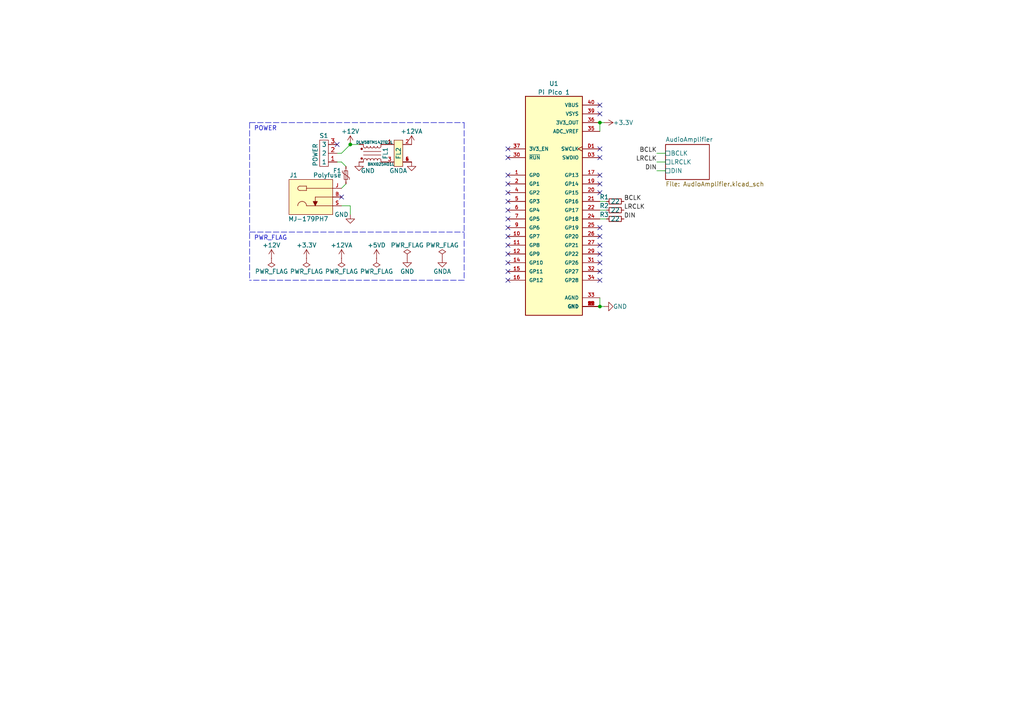
<source format=kicad_sch>
(kicad_sch (version 20211123) (generator eeschema)
  (paper "A4")
  (lib_symbols
    (symbol "BNX025H01:BNX025H01L" (pin_names (offset 1.016) hide)
      (property "Reference" "FL" (at -1.27 3.81 0))
      (property "Value" "BNX025H01L" (at -6.35 -6.35 0))
      (symbol "BNX025H01L_0_0"
        (pin passive line (at -3.81 2.54 0) (length 2.54) (name "~") (number "1"))
        (pin passive line (at 3.81 2.54 180) (length 2.54) (name "~") (number "2"))
        (pin passive line (at -3.81 -2.54 0) (length 2.54) (name "~") (number "3"))
        (pin passive line (at 3.81 -2.54 180) (length 2.54) (name "~") (number "4"))
        (pin passive line (at 3.81 -2.54 180) (length 2.54) (name "~") (number "5"))
        (pin passive line (at 3.81 -2.54 180) (length 2.54) (name "~") (number "6"))
      )
      (symbol "BNX025H01L_0_1"
        (rectangle (start -1.27 3.81) (end 1.27 -3.81) (fill (type background)))
      )
    )
    (symbol "DLW5BTM142TQ2:DLW5BTM142TQ2L" (pin_numbers hide) (pin_names (offset 1.016) hide)
      (property "Reference" "FL" (at -1.27 2.54 0))
      (property "Value" "DLW5BTM142TQ2L" (at -8.89 -5.08 0))
      (symbol "DLW5BTM142TQ2L_0_0"
        (pin passive line (at -3.81 2.54 0) (length 1.27) (name "~") (number "1"))
        (pin passive line (at 3.81 2.54 180) (length 1.27) (name "~") (number "2"))
        (pin passive line (at 3.81 -2.54 180) (length 1.27) (name "~") (number "3"))
        (pin passive line (at -3.81 -2.54 0) (length 1.27) (name "~") (number "4"))
      )
      (symbol "DLW5BTM142TQ2L_0_1"
        (circle (center -3.048 -1.27) (radius 0.254) (fill (type outline)))
        (circle (center -3.048 1.524) (radius 0.254) (fill (type outline)))
        (arc (start -2.54 2.032) (mid -2.032 1.524) (end -1.524 2.032))
        (arc (start -1.524 -2.032) (mid -2.032 -1.524) (end -2.54 -2.032))
        (arc (start -1.524 2.032) (mid -1.016 1.524) (end -0.508 2.032))
        (arc (start -0.508 -2.032) (mid -1.016 -1.524) (end -1.524 -2.032))
        (arc (start -0.508 2.032) (mid 0 1.524) (end 0.508 2.032))
        (polyline (pts (xy -2.54 -2.032) (xy -2.54 -2.54)))
        (polyline (pts (xy -2.54 0.508) (xy 2.54 0.508)))
        (polyline (pts (xy -2.54 2.032) (xy -2.54 2.54)))
        (polyline (pts (xy 2.54 -2.032) (xy 2.54 -2.54)))
        (polyline (pts (xy 2.54 -0.508) (xy -2.54 -0.508)))
        (polyline (pts (xy 2.54 2.54) (xy 2.54 2.032)))
        (arc (start 0.508 -2.032) (mid 0 -1.524) (end -0.508 -2.032))
        (arc (start 0.508 2.032) (mid 1.016 1.524) (end 1.524 2.032))
        (arc (start 1.524 -2.032) (mid 1.016 -1.524) (end 0.508 -2.032))
        (arc (start 1.524 2.032) (mid 2.032 1.524) (end 2.54 2.032))
        (arc (start 2.54 -2.032) (mid 2.032 -1.524) (end 1.524 -2.032))
      )
    )
    (symbol "Device:Polyfuse_Small" (pin_numbers hide) (pin_names (offset 0))
      (property "Reference" "F" (at -1.905 0 90))
      (property "Value" "Polyfuse_Small" (at 1.905 0 90))
      (symbol "Polyfuse_Small_0_1"
        (rectangle (start -0.508 1.27) (end 0.508 -1.27))
        (polyline (pts (xy 0 2.54) (xy 0 -2.54)))
        (polyline (pts (xy -1.016 1.27) (xy -1.016 0.762) (xy 1.016 -0.762) (xy 1.016 -1.27)))
      )
      (symbol "Polyfuse_Small_1_1"
        (pin passive line (at 0 2.54 270) (length 0.635) (name "~") (number "1"))
        (pin passive line (at 0 -2.54 90) (length 0.635) (name "~") (number "2"))
      )
    )
    (symbol "Device:R_Small" (pin_numbers hide) (pin_names (offset 0.254) hide)
      (property "Reference" "R" (at 0.762 0.508 0))
      (property "Value" "R_Small" (at 0.762 -1.016 0))
      (symbol "R_Small_0_1"
        (rectangle (start -0.762 1.778) (end 0.762 -1.778) (stroke (width 0.2032)))
      )
      (symbol "R_Small_1_1"
        (pin passive line (at 0 2.54 270) (length 0.762) (name "~") (number "1"))
        (pin passive line (at 0 -2.54 90) (length 0.762) (name "~") (number "2"))
      )
    )
    (symbol "MJ-179PH7:MJ-179PH7" (pin_names (offset 1.016))
      (property "Reference" "J" (at -7.62 5.08 0))
      (property "Value" "MJ-179PH7" (at -7.62 -7.62 0))
      (symbol "MJ-179PH7_0_0"
        (rectangle (start -7.62 -5.08) (end 5.08 5.08) (stroke (width 0.1524)) (fill (type background)))
        (arc (start -5.08 -2.54) (mid -4.894 -2.989) (end -4.445 -3.175) (stroke (width 0.1524)))
        (arc (start -5.08 2.54) (mid -4.708 1.642) (end -3.81 1.27) (stroke (width 0.1524)))
        (arc (start -4.445 -1.905) (mid -4.894 -2.091) (end -5.08 -2.54) (stroke (width 0.1524)))
        (arc (start -3.81 1.27) (mid -2.912 1.642) (end -2.54 2.54) (stroke (width 0.1524)))
        (polyline (pts (xy -4.445 -3.175) (xy -2.54 -3.175)) (stroke (width 0.1524)))
        (polyline (pts (xy -2.54 -2.54) (xy -2.54 -3.175)) (stroke (width 0.1524)))
        (polyline (pts (xy -2.54 -1.905) (xy -4.445 -1.905)) (stroke (width 0.1524)))
        (polyline (pts (xy -2.54 -1.905) (xy -2.54 -2.54)) (stroke (width 0.1524)))
        (polyline (pts (xy 0 0) (xy 5.08 0)) (stroke (width 0.1524)))
        (polyline (pts (xy 0 1.27) (xy 0 0)) (stroke (width 0.1524)))
        (polyline (pts (xy 5.08 -2.54) (xy -2.54 -2.54)) (stroke (width 0.1524)))
        (polyline (pts (xy 5.08 2.54) (xy -2.54 2.54)) (stroke (width 0.1524)))
        (polyline (pts (xy 0 2.54) (xy -0.635 1.27) (xy 0.635 1.27) (xy 0 2.54)) (stroke (width 0.1524)) (fill (type outline)))
        (pin passive line (at 7.62 0 180) (length 2.54) (name "~") (number "B"))
        (pin passive line (at 7.62 -2.54 180) (length 2.54) (name "~") (number "J"))
        (pin passive line (at 7.62 2.54 180) (length 2.54) (name "~") (number "S"))
      )
    )
    (symbol "RS_PRO_PCB_Slide_Switch_SPDT_Latching_3A_120V_ac_Top:RS_PRO_PCB_Slide_Switch_SPDT_Latching_3A_120V_ac_Top"
      (property "Reference" "SW" (at 0 5.08 0))
      (property "Value" "RS_PRO_PCB_Slide_Switch_SPDT_Latching_3A_120V_ac_Top" (at 0 2.54 0))
      (symbol "RS_PRO_PCB_Slide_Switch_SPDT_Latching_3A_120V_ac_Top_0_1"
        (rectangle (start -3.81 -1.27) (end 3.81 1.27) (stroke (width 0.1524)))
      )
      (symbol "RS_PRO_PCB_Slide_Switch_SPDT_Latching_3A_120V_ac_Top_1_1"
        (pin passive line (at -2.54 -3.81 90) (length 2.54) (name "1") (number "1"))
        (pin passive line (at 0 -3.81 90) (length 2.54) (name "2") (number "2"))
        (pin passive line (at 2.54 -3.81 90) (length 2.54) (name "3") (number "3"))
      )
    )
    (symbol "Raspberry_Pi_Pico:SC0915" (pin_names (offset 1.016))
      (property "Reference" "U" (at -7.62 30.48 0))
      (property "Value" "SC0915" (at -7.62 -35.56 0))
      (symbol "SC0915_0_0"
        (rectangle (start -7.62 30.48) (end 8.89 -33.02) (stroke (width 0.254)) (fill (type background)))
        (pin bidirectional line (at -12.7 7.62 0) (length 5.08) (name "GP0") (number "1"))
        (pin bidirectional line (at -12.7 -10.16 0) (length 5.08) (name "GP7") (number "10"))
        (pin bidirectional line (at -12.7 -12.7 0) (length 5.08) (name "GP8") (number "11"))
        (pin bidirectional line (at -12.7 -15.24 0) (length 5.08) (name "GP9") (number "12"))
        (pin power_in line (at 13.97 -30.48 180) (length 5.08) (name "GND") (number "13"))
        (pin bidirectional line (at -12.7 -17.78 0) (length 5.08) (name "GP10") (number "14"))
        (pin bidirectional line (at -12.7 -20.32 0) (length 5.08) (name "GP11") (number "15"))
        (pin bidirectional line (at -12.7 -22.86 0) (length 5.08) (name "GP12") (number "16"))
        (pin bidirectional line (at 13.97 7.62 180) (length 5.08) (name "GP13") (number "17"))
        (pin power_in line (at 13.97 -30.48 180) (length 5.08) (name "GND") (number "18"))
        (pin bidirectional line (at 13.97 5.08 180) (length 5.08) (name "GP14") (number "19"))
        (pin bidirectional line (at -12.7 5.08 0) (length 5.08) (name "GP1") (number "2"))
        (pin bidirectional line (at 13.97 2.54 180) (length 5.08) (name "GP15") (number "20"))
        (pin bidirectional line (at 13.97 0 180) (length 5.08) (name "GP16") (number "21"))
        (pin bidirectional line (at 13.97 -2.54 180) (length 5.08) (name "GP17") (number "22"))
        (pin power_in line (at 13.97 -30.48 180) (length 5.08) (name "GND") (number "23"))
        (pin bidirectional line (at 13.97 -5.08 180) (length 5.08) (name "GP18") (number "24"))
        (pin bidirectional line (at 13.97 -7.62 180) (length 5.08) (name "GP19") (number "25"))
        (pin bidirectional line (at 13.97 -10.16 180) (length 5.08) (name "GP20") (number "26"))
        (pin bidirectional line (at 13.97 -12.7 180) (length 5.08) (name "GP21") (number "27"))
        (pin power_in line (at 13.97 -30.48 180) (length 5.08) (name "GND") (number "28"))
        (pin bidirectional line (at 13.97 -15.24 180) (length 5.08) (name "GP22") (number "29"))
        (pin power_in line (at 13.97 -30.48 180) (length 5.08) (name "GND") (number "3"))
        (pin input line (at -12.7 12.7 0) (length 5.08) (name "~{RUN}") (number "30"))
        (pin bidirectional line (at 13.97 -17.78 180) (length 5.08) (name "GP26") (number "31"))
        (pin bidirectional line (at 13.97 -20.32 180) (length 5.08) (name "GP27") (number "32"))
        (pin power_in line (at 13.97 -27.94 180) (length 5.08) (name "AGND") (number "33"))
        (pin bidirectional line (at 13.97 -22.86 180) (length 5.08) (name "GP28") (number "34"))
        (pin power_in line (at 13.97 20.32 180) (length 5.08) (name "ADC_VREF") (number "35"))
        (pin power_in line (at 13.97 22.86 180) (length 5.08) (name "3V3_OUT") (number "36"))
        (pin input line (at -12.7 15.24 0) (length 5.08) (name "3V3_EN") (number "37"))
        (pin power_in line (at 13.97 -30.48 180) (length 5.08) (name "GND") (number "38"))
        (pin power_in line (at 13.97 25.4 180) (length 5.08) (name "VSYS") (number "39"))
        (pin bidirectional line (at -12.7 2.54 0) (length 5.08) (name "GP2") (number "4"))
        (pin power_in line (at 13.97 27.94 180) (length 5.08) (name "VBUS") (number "40"))
        (pin bidirectional line (at -12.7 0 0) (length 5.08) (name "GP3") (number "5"))
        (pin bidirectional line (at -12.7 -2.54 0) (length 5.08) (name "GP4") (number "6"))
        (pin bidirectional line (at -12.7 -5.08 0) (length 5.08) (name "GP5") (number "7"))
        (pin power_in line (at 13.97 -30.48 180) (length 5.08) (name "GND") (number "8"))
        (pin bidirectional line (at -12.7 -7.62 0) (length 5.08) (name "GP6") (number "9"))
        (pin input clock (at 13.97 15.24 180) (length 5.08) (name "SWCLK") (number "D1"))
        (pin power_in line (at 13.97 -30.48 180) (length 5.08) (name "GND") (number "D2"))
        (pin bidirectional line (at 13.97 12.7 180) (length 5.08) (name "SWDIO") (number "D3"))
      )
    )
    (symbol "power:+12V" (power) (pin_names (offset 0))
      (property "Value" "+12V" (at 0 3.556 0))
      (symbol "+12V_0_1"
        (polyline (pts (xy -0.762 1.27) (xy 0 2.54)))
        (polyline (pts (xy 0 0) (xy 0 2.54)))
        (polyline (pts (xy 0 2.54) (xy 0.762 1.27)))
      )
      (symbol "+12V_1_1"
        (pin power_in line (at 0 0 90) (length 0) hide (name "+12V") (number "1"))
      )
    )
    (symbol "power:+12VA" (power) (pin_names (offset 0))
      (property "Value" "+12VA" (at 0 3.556 0))
      (symbol "+12VA_0_1"
        (polyline (pts (xy -0.762 1.27) (xy 0 2.54)))
        (polyline (pts (xy 0 0) (xy 0 2.54)))
        (polyline (pts (xy 0 2.54) (xy 0.762 1.27)))
      )
      (symbol "+12VA_1_1"
        (pin power_in line (at 0 0 90) (length 0) hide (name "+12VA") (number "1"))
      )
    )
    (symbol "power:+3.3V" (power) (pin_names (offset 0))
      (property "Value" "+3.3V" (at 0 3.556 0))
      (symbol "+3.3V_0_1"
        (polyline (pts (xy -0.762 1.27) (xy 0 2.54)))
        (polyline (pts (xy 0 0) (xy 0 2.54)))
        (polyline (pts (xy 0 2.54) (xy 0.762 1.27)))
      )
      (symbol "+3.3V_1_1"
        (pin power_in line (at 0 0 90) (length 0) hide (name "+3.3V") (number "1"))
      )
    )
    (symbol "power:+5VD" (power) (pin_names (offset 0))
      (property "Value" "+5VD" (at 0 3.556 0))
      (symbol "+5VD_0_1"
        (polyline (pts (xy -0.762 1.27) (xy 0 2.54)))
        (polyline (pts (xy 0 0) (xy 0 2.54)))
        (polyline (pts (xy 0 2.54) (xy 0.762 1.27)))
      )
      (symbol "+5VD_1_1"
        (pin power_in line (at 0 0 90) (length 0) hide (name "+5VD") (number "1"))
      )
    )
    (symbol "power:GND" (power) (pin_names (offset 0))
      (property "Value" "GND" (at 0 -3.81 0))
      (symbol "GND_0_1"
        (polyline (pts (xy 0 0) (xy 0 -1.27) (xy 1.27 -1.27) (xy 0 -2.54) (xy -1.27 -1.27) (xy 0 -1.27)))
      )
      (symbol "GND_1_1"
        (pin power_in line (at 0 0 270) (length 0) hide (name "GND") (number "1"))
      )
    )
    (symbol "power:GNDA" (power) (pin_names (offset 0))
      (property "Value" "GNDA" (at 0 -3.81 0))
      (symbol "GNDA_0_1"
        (polyline (pts (xy 0 0) (xy 0 -1.27) (xy 1.27 -1.27) (xy 0 -2.54) (xy -1.27 -1.27) (xy 0 -1.27)))
      )
      (symbol "GNDA_1_1"
        (pin power_in line (at 0 0 270) (length 0) hide (name "GNDA") (number "1"))
      )
    )
    (symbol "power:PWR_FLAG" (power) (pin_numbers hide) (pin_names (offset 0) hide)
      (property "Value" "PWR_FLAG" (at 0 3.81 0))
      (symbol "PWR_FLAG_0_0"
        (pin power_out line (at 0 0 90) (length 0) (name "pwr") (number "1"))
      )
      (symbol "PWR_FLAG_0_1"
        (polyline (pts (xy 0 0) (xy 0 1.27) (xy -1.016 1.905) (xy 0 2.54) (xy 1.016 1.905) (xy 0 1.27)))
      )
    )
  )
  (junction (at 173.99 88.9))
  (junction (at 101.6 41.91))
  (junction (at 173.99 35.56))
  (no_connect (at 147.32 53.34))
  (no_connect (at 147.32 81.28))
  (no_connect (at 147.32 45.72))
  (no_connect (at 147.32 73.66))
  (no_connect (at 173.99 30.48))
  (no_connect (at 147.32 60.96))
  (no_connect (at 173.99 73.66))
  (no_connect (at 147.32 71.12))
  (no_connect (at 173.99 66.04))
  (no_connect (at 147.32 76.2))
  (no_connect (at 147.32 66.04))
  (no_connect (at 147.32 43.18))
  (no_connect (at 147.32 63.5))
  (no_connect (at 173.99 50.8))
  (no_connect (at 97.79 41.91))
  (no_connect (at 173.99 55.88))
  (no_connect (at 173.99 76.2))
  (no_connect (at 173.99 43.18))
  (no_connect (at 173.99 53.34))
  (no_connect (at 147.32 58.42))
  (no_connect (at 173.99 71.12))
  (no_connect (at 173.99 78.74))
  (no_connect (at 173.99 68.58))
  (no_connect (at 99.06 57.15))
  (no_connect (at 147.32 68.58))
  (no_connect (at 173.99 81.28))
  (no_connect (at 147.32 50.8))
  (no_connect (at 147.32 55.88))
  (no_connect (at 173.99 45.72))
  (no_connect (at 173.99 33.02))
  (no_connect (at 147.32 78.74))
  (polyline (pts (xy 134.62 35.56) (xy 134.62 81.28)))
  (wire (pts (xy 173.99 60.96) (xy 175.895 60.96)))
  (wire (pts (xy 173.99 86.36) (xy 173.99 88.9)))
  (wire (pts (xy 173.99 58.42) (xy 175.895 58.42)))
  (wire (pts (xy 97.79 46.99) (xy 99.06 46.99)))
  (wire (pts (xy 173.99 35.56) (xy 175.26 35.56)))
  (wire (pts (xy 101.6 41.91) (xy 104.14 41.91)))
  (wire (pts (xy 97.79 44.45) (xy 99.06 44.45)))
  (polyline (pts (xy 72.39 35.56) (xy 134.62 35.56)))
  (wire (pts (xy 193.04 46.99) (xy 190.5 46.99)))
  (wire (pts (xy 100.33 48.26) (xy 99.06 46.99)))
  (polyline (pts (xy 134.62 81.28) (xy 72.39 81.28)))
  (polyline (pts (xy 72.39 35.56) (xy 72.39 81.28)))
  (wire (pts (xy 173.99 35.56) (xy 173.99 38.1)))
  (wire (pts (xy 101.6 59.69) (xy 101.6 62.23)))
  (wire (pts (xy 99.06 44.45) (xy 101.6 41.91)))
  (wire (pts (xy 175.26 88.9) (xy 173.99 88.9)))
  (wire (pts (xy 173.99 63.5) (xy 175.895 63.5)))
  (wire (pts (xy 193.04 49.53) (xy 190.5 49.53)))
  (polyline (pts (xy 72.39 67.31) (xy 134.62 67.31)))
  (wire (pts (xy 193.04 44.45) (xy 190.5 44.45)))
  (wire (pts (xy 99.06 54.61) (xy 100.33 53.34)))
  (wire (pts (xy 99.06 59.69) (xy 101.6 59.69)))
  (text "POWER" (at 73.66 38.1 0) (effects (font (size 1.27 1.27)) (justify left bottom)))
  (text "PWR_FLAG" (at 73.66 69.85 0) (effects (font (size 1.27 1.27)) (justify left bottom)))
  (label "DIN" (at 190.5 49.53 180))
  (label "BCLK" (at 180.975 58.42 0))
  (label "BCLK" (at 190.5 44.45 180))
  (label "LRCLK" (at 180.975 60.96 0))
  (label "DIN" (at 180.975 63.5 0))
  (label "LRCLK" (at 190.5 46.99 180))
  (symbol (lib_id "power:PWR_FLAG") (at 109.22 74.93 180) (unit 1)
    (property "Reference" "#FLG04" (effects hide))
    (property "Value" "PWR_FLAG" (at 109.22 78.74 0))
  )
  (symbol (lib_id "Device:R_Small") (at 178.435 58.42 90) (unit 1)
    (property "Reference" "R1" (at 175.26 57.15 90))
    (property "Value" "22" (at 178.435 58.42 90))
    (property "Footprint" "Resistor_SMD:R_0603_1608Metric_Pad0.98x0.95mm_HandSolder" (effects hide))
  )
  (symbol (lib_id "power:GNDA") (at 128.27 74.93 0) (unit 1)
    (property "Reference" "#PWR011" (effects hide))
    (property "Value" "GNDA" (at 128.27 78.74 0))
  )
  (symbol (lib_id "power:GND") (at 104.14 46.99 0) (unit 1)
    (property "Reference" "#PWR06" (effects hide))
    (property "Value" "GND" (at 106.68 49.53 0))
  )
  (symbol (lib_id "power:+3.3V") (at 175.26 35.56 270) (unit 1)
    (property "Reference" "#PWR012" (effects hide))
    (property "Value" "+3.3V" (at 177.8 35.56 90) (effects (justify left)))
  )
  (symbol (lib_id "Device:R_Small") (at 178.435 63.5 90) (unit 1)
    (property "Reference" "R3" (at 175.26 62.23 90))
    (property "Value" "22" (at 178.435 63.5 90))
    (property "Footprint" "Resistor_SMD:R_0603_1608Metric_Pad0.98x0.95mm_HandSolder" (effects hide))
  )
  (symbol (lib_id "MJ-179PH7:MJ-179PH7") (at 91.44 57.15 0) (mirror x) (unit 1)
    (property "Reference" "J1" (at 86.36 50.8 0) (effects (justify right)))
    (property "Value" "MJ-179PH7" (at 95.25 63.5 0) (effects (justify right)))
    (property "Footprint" "MJ-179PH7:MJ-179PH7" (effects hide))
    (property "MF" "Marushin Electric" (effects hide))
    (property "STANDARD" "Manufacturer Recommendations" (effects hide))
    (property "PARTREV" "N/A" (effects hide))
  )
  (symbol (lib_id "Device:Polyfuse_Small") (at 100.33 50.8 180) (unit 1)
    (property "Reference" "F1" (at 99.06 49.53 0) (effects (justify left)))
    (property "Value" "Polyfuse" (at 99.06 50.8 0) (effects (justify left)))
    (property "Footprint" "MF-R300:MF-R300" (effects hide))
  )
  (symbol (lib_id "power:PWR_FLAG") (at 78.74 74.93 180) (unit 1)
    (property "Reference" "#FLG01" (effects hide))
    (property "Value" "PWR_FLAG" (at 78.74 78.74 0))
  )
  (symbol (lib_id "power:PWR_FLAG") (at 88.9 74.93 180) (unit 1)
    (property "Reference" "#FLG02" (effects hide))
    (property "Value" "PWR_FLAG" (at 88.9 78.74 0))
  )
  (symbol (lib_id "power:GND") (at 101.6 62.23 0) (unit 1)
    (property "Reference" "#PWR05" (effects hide))
    (property "Value" "GND" (at 99.06 62.23 0))
  )
  (symbol (lib_id "power:+5VD") (at 109.22 74.93 0) (unit 1)
    (property "Reference" "#PWR07" (effects hide))
    (property "Value" "+5VD" (at 109.22 71.12 0))
  )
  (symbol (lib_id "DLW5BTM142TQ2:DLW5BTM142TQ2L") (at 107.95 44.45 0) (mirror x) (unit 1)
    (property "Reference" "FL1" (at 111.76 44.45 90))
    (property "Value" "DLW5BTM142TQ2L" (at 108.585 41.275 0) (effects (font (size 0.8 0.8))))
    (property "Footprint" "DLW5BTM142TQ2:DLW5BTM142TQ2" (effects hide))
    (property "MANUFACTURER" "Murata Electronics" (effects hide))
    (property "MAXIMUM_PACKAGE_HEIGHT" "2.5 mm" (effects hide))
    (property "PARTREV" "N/A" (effects hide))
    (property "STANDARD" "Manufacturer recommendations" (effects hide))
  )
  (symbol (lib_id "Device:R_Small") (at 178.435 60.96 90) (unit 1)
    (property "Reference" "R2" (at 175.26 59.69 90))
    (property "Value" "22" (at 178.435 60.96 90))
    (property "Footprint" "Resistor_SMD:R_0603_1608Metric_Pad0.98x0.95mm_HandSolder" (effects hide))
  )
  (symbol (lib_id "power:+12V") (at 78.74 74.93 0) (unit 1)
    (property "Reference" "#PWR01" (effects hide))
    (property "Value" "+12V" (at 78.74 71.12 0))
  )
  (symbol (lib_id "Raspberry_Pi_Pico:SC0915") (at 160.02 58.42 0) (unit 1)
    (property "Reference" "U1" (at 160.655 24.2402 0))
    (property "Value" "Pi Pico 1" (at 160.655 26.7771 0))
    (property "Footprint" "Raspberry_Pi_Pico:Raspberry_Pi_Pico" (effects hide))
    (property "MAXIMUM_PACKAGE_HEIGHT" "3.73mm" (effects hide))
    (property "MANUFACTURER" "Raspberry Pi" (effects hide))
    (property "PARTREV" "1.6" (effects hide))
    (property "STANDARD" "Manufacturer Recommendations" (effects hide))
  )
  (symbol (lib_id "RS_PRO_PCB_Slide_Switch_SPDT_Latching_3A_120V_ac_Top:RS_PRO_PCB_Slide_Switch_SPDT_Latching_3A_120V_ac_Top") (at 93.98 44.45 90) (unit 1)
    (property "Reference" "S1" (at 95.25 39.37 90) (effects (justify left)))
    (property "Value" "POWER" (at 91.44 48.26 0) (effects (justify left)))
    (property "Footprint" "RS_PRO_PCB_Slide_Switch_SPDT_Latching_3A_120V_ac_Top:RS_PRO_PCB_Slide_Switch_SPDT_Latching_3A_120V_ac_Top" (effects hide))
  )
  (symbol (lib_id "BNX025H01:BNX025H01L") (at 115.57 44.45 0) (unit 1)
    (property "Reference" "FL2" (at 115.57 44.45 90))
    (property "Value" "BNX025H01L" (at 110.49 47.625 0) (effects (font (size 0.8 0.8))))
    (property "Footprint" "BNX025H01:BNX025H01" (effects hide))
    (property "MANUFACTURER" "Murata Electronics" (effects hide))
    (property "MAXIMUM_PACKAGE_HEIGHT" "3.7mm" (effects hide))
    (property "STANDARD" "Manufacturer recommendations" (effects hide))
  )
  (symbol (lib_id "power:+3.3V") (at 88.9 74.93 0) (unit 1)
    (property "Reference" "#PWR02" (effects hide))
    (property "Value" "+3.3V" (at 88.9 71.12 0))
  )
  (symbol (lib_id "power:+12V") (at 101.6 41.91 0) (unit 1)
    (property "Reference" "#PWR04" (effects hide))
    (property "Value" "+12V" (at 101.6 38.1 0))
  )
  (symbol (lib_id "power:+12VA") (at 119.38 41.91 0) (unit 1)
    (property "Reference" "#PWR09" (effects hide))
    (property "Value" "+12VA" (at 119.38 38.1 0))
  )
  (symbol (lib_id "power:GND") (at 175.26 88.9 90) (unit 1)
    (property "Reference" "#PWR013" (effects hide))
    (property "Value" "GND" (at 177.8 88.9 90) (effects (justify right)))
  )
  (symbol (lib_id "power:GNDA") (at 119.38 46.99 0) (unit 1)
    (property "Reference" "#PWR010" (effects hide))
    (property "Value" "GNDA" (at 118.11 49.53 0) (effects (justify right)))
  )
  (symbol (lib_id "power:+12VA") (at 99.06 74.93 0) (unit 1)
    (property "Reference" "#PWR03" (effects hide))
    (property "Value" "+12VA" (at 99.06 71.12 0))
  )
  (symbol (lib_id "power:GND") (at 118.11 74.93 0) (unit 1)
    (property "Reference" "#PWR08" (effects hide))
    (property "Value" "GND" (at 118.11 78.74 0))
  )
  (symbol (lib_id "power:PWR_FLAG") (at 118.11 74.93 0) (unit 1)
    (property "Reference" "#FLG05" (effects hide))
    (property "Value" "PWR_FLAG" (at 118.11 71.12 0))
  )
  (symbol (lib_id "power:PWR_FLAG") (at 99.06 74.93 180) (unit 1)
    (property "Reference" "#FLG03" (effects hide))
    (property "Value" "PWR_FLAG" (at 99.06 78.74 0))
  )
  (symbol (lib_id "power:PWR_FLAG") (at 128.27 74.93 0) (unit 1)
    (property "Reference" "#FLG06" (effects hide))
    (property "Value" "PWR_FLAG" (at 128.27 71.12 0))
  )
  (sheet (at 193.04 41.91) (size 12.7 10.16) (stroke (width 0.1524))
    (property "Sheet name" "AudioAmplifier" (at 193.04 41.1984 0) (effects (justify left bottom)))
    (property "Sheet file" "AudioAmplifier.kicad_sch" (at 193.04 52.6546 0) (effects (justify left top)))
    (pin "BCLK" passive (at 193.04 44.45 180))
    (pin "LRCLK" passive (at 193.04 46.99 180))
    (pin "DIN" passive (at 193.04 49.53 180))
  )
)
</source>
